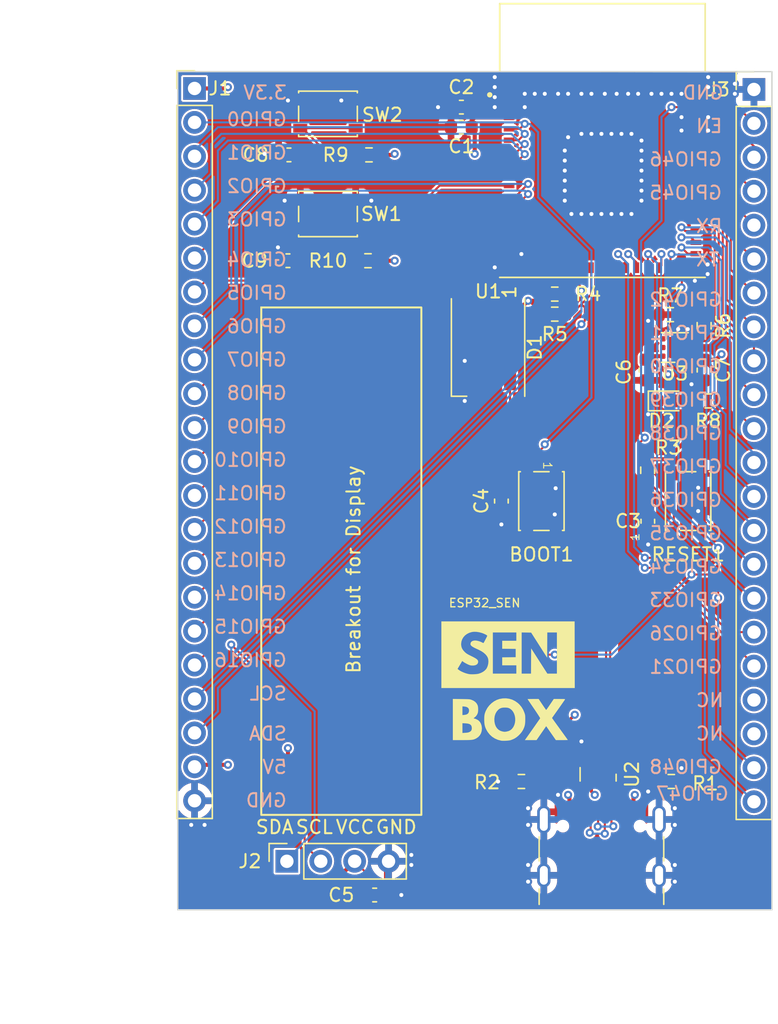
<source format=kicad_pcb>
(kicad_pcb (version 20240108) (generator "pcbnew") (generator_version "8.0")
  (layers (0 "F.Cu" signal "L1") (1 "In1.Cu" signal "L2") (2 "In2.Cu" signal "L3") (31 "B.Cu" signal "L4") (34 "B.Paste" user) (35 "F.Paste" user) (36 "B.SilkS" user "B.Silkscreen") (37 "F.SilkS" user "F.Silkscreen") (38 "B.Mask" user) (39 "F.Mask" user) (44 "Edge.Cuts" user))
  (net 0 "")
  (net 1 "GND")
  (net 2 "/3V3")
  (net 3 "/ESP32_EN")
  (net 4 "/GPIO0")
  (net 5 "/5VUSB")
  (net 7 "/GPIO48")
  (net 8 "Net-(D2-A)")
  (net 9 "/GPIO1")
  (net 10 "/GPIO2")
  (net 11 "/GPIO3")
  (net 12 "/GPIO6")
  (net 13 "/GPIO7")
  (net 14 "/GPIO8")
  (net 15 "/GPIO9")
  (net 16 "/GPIO10")
  (net 17 "/GPIO11")
  (net 18 "/GPIO12")
  (net 19 "/GPIO13")
  (net 20 "/GPIO14")
  (net 21 "/GPIO15")
  (net 22 "/GPIO16")
  (net 23 "/I2C_SCL")
  (net 24 "/I2C_SDA")
  (net 25 "/GPIO46")
  (net 26 "/GPIO45")
  (net 27 "/RXD")
  (net 28 "/TXD")
  (net 29 "/GPIO42")
  (net 30 "/GPIO41")
  (net 31 "/GPIO40")
  (net 32 "/GPIO39")
  (net 33 "/GPIO38")
  (net 34 "/GPIO37")
  (net 35 "/GPIO36")
  (net 36 "/GPIO35")
  (net 37 "/GPIO34")
  (net 38 "/GPIO33")
  (net 39 "/GPIO26")
  (net 40 "/GPIO21")
  (net 41 "/USB_N")
  (net 42 "/USB_P")
  (net 43 "/GPIO47")
  (net 44 "Net-(JUSB1-CC1)")
  (net 46 "Net-(JUSB1-CC2)")
  (net 48 "Net-(U3-FB)")
  (net 54 "/GPIO4")
  (net 55 "/GPIO5")
  (footprint "Capacitor_SMD:C_0603_1608Metric" (layer "F.Cu") (at 134.6875 87.69 -90)
    (property "Reference" "C7")
    (property "Value" "10uF" (hide yes))
  )
  (footprint "Resistor_SMD:R_0603_1608Metric" (layer "F.Cu") (at 123.5 82 180)
    (property "Reference" "R4")
    (property "Value" "10k" (hide yes))
  )
  (footprint "Resistor_SMD:R_0603_1608Metric" (layer "F.Cu") (at 109.5 79.5)
    (property "Reference" "R10")
    (property "Value" "10k")
  )
  (footprint "Resistor_SMD:R_0603_1608Metric" (layer "F.Cu") (at 109.575 71.575)
    (property "Reference" "R9")
    (property "Value" "10k" (hide yes))
  )
  (footprint "Button_Switch_SMD:SW_SPST_PTS810" (layer "F.Cu") (at 122.5 97.5 -90)
    (property "Reference" "BOOT1")
    (property "Value" "~" (hide yes))
  )
  (footprint "Resistor_SMD:R_0603_1608Metric" (layer "F.Cu") (at 135 90 180)
    (property "Reference" "R8")
    (property "Value" "5.1k" (hide yes))
  )
  (footprint "Capacitor_SMD:C_0603_1608Metric" (layer "F.Cu") (at 110 127)
    (property "Reference" "C5")
    (property "Value" "0.1uF" (hide yes))
  )
  (footprint "ESP32-S3-MINI-1-N8:XCVR_ESP32-S3-MINI-1-N8" (layer "F.Cu") (at 127.075 73.025)
    (property "Reference" "U1")
    (property "Value" "ESP32-S3-MINI-1-N8" (hide yes))
  )
  (footprint "Capacitor_SMD:C_0603_1608Metric" (layer "F.Cu") (at 116.5 69.5 180)
    (property "Reference" "C1")
    (property "Value" "0.1uF" (hide yes))
  )
  (footprint "LED_SMD:LED_WS2812B_PLCC4_5.0x5.0mm_P3.2mm" (layer "F.Cu") (at 118.5 86 -90)
    (property "Reference" "D1")
    (property "Value" "WS2812B" (hide yes))
  )
  (footprint "Connector_PinHeader_2.54mm:PinHeader_1x22_P2.54mm_Vertical" (layer "F.Cu") (at 138.43 66.675)
    (property "Reference" "J3")
    (property "Value" "~" (hide yes))
  )
  (footprint "Resistor_SMD:R_0603_1608Metric" (layer "F.Cu") (at 121 118.5 180)
    (property "Reference" "R2")
    (property "Value" "5.1k" (hide yes))
  )
  (footprint "Capacitor_SMD:C_0603_1608Metric" (layer "F.Cu") (at 130.475 99.01 -90)
    (property "Reference" "C3")
    (property "Value" "0.1uF" (hide yes))
  )
  (footprint "Capacitor_SMD:C_0603_1608Metric" (layer "F.Cu") (at 119.5 97.5 -90)
    (property "Reference" "C4")
    (property "Value" "0.1uF" (hide yes))
  )
  (footprint "Button_Switch_SMD:SW_SPST_PTS810" (layer "F.Cu") (at 133.5 97.5 -90)
    (property "Reference" "RESET1")
    (property "Value" "~" (hide yes))
  )
  (footprint "Button_Switch_SMD:SW_SPST_PTS810" (layer "F.Cu") (at 106.5 76)
    (property "Reference" "SW1")
    (property "Value" "SW_MEC_5E" (hide yes))
  )
  (footprint "LED_SMD:LED_0603_1608Metric" (layer "F.Cu") (at 132 90)
    (property "Reference" "D2")
    (property "Value" "LED" (hide yes))
  )
  (footprint "Connector_PinSocket_2.54mm:PinSocket_1x04_P2.54mm_Vertical" (layer "F.Cu") (at 103.42 124.475 90)
    (property "Reference" "J2")
    (property "Value" "I2C Port" (hide yes))
  )
  (footprint "Connector_USB:USB_C_Receptacle_GCT_USB4105-xx-A_16P_TopMnt_Horizontal" (layer "F.Cu") (at 127 124.45)
    (property "Reference" "JUSB1" (hide yes))
    (property "Value" "USB_C_Receptacle_USB2.0" (hide yes))
  )
  (footprint "Package_SON:WSON-6-1EP_2x2mm_P0.65mm_EP1x1.6mm" (layer "F.Cu") (at 132.5 86 180)
    (property "Reference" "U3")
    (property "Value" "TLV75801PDRV" (hide yes))
  )
  (footprint "Capacitor_SMD:C_0603_1608Metric" (layer "F.Cu") (at 103.5 79.5 180)
    (property "Reference" "C9")
    (property "Value" "0.1uF" (hide yes))
  )
  (footprint "Resistor_SMD:R_0603_1608Metric" (layer "F.Cu") (at 132.235 118.5)
    (property "Reference" "R1")
    (property "Value" "5.1k" (hide yes))
  )
  (footprint "Package_DFN_QFN:Diodes_UDFN-10_1.0x2.5mm_P0.5mm" (layer "F.Cu") (at 126.75 117.9625 -90)
    (property "Reference" "U2")
    (property "Value" "ESD7104MUTAG" (hide yes))
  )
  (footprint "Resistor_SMD:R_0603_1608Metric" (layer "F.Cu") (at 123.5 83.5 180)
    (property "Reference" "R5")
    (property "Value" "10k" (hide yes))
  )
  (footprint "Resistor_SMD:R_0603_1608Metric" (layer "F.Cu") (at 134.6975 84.37 -90)
    (property "Reference" "R6")
    (property "Value" "1M" (hide yes))
  )
  (footprint "Resistor_SMD:R_0603_1608Metric" (layer "F.Cu") (at 132.1575 83.54)
    (property "Reference" "R7")
    (property "Value" "200k" (hide yes))
  )
  (footprint "LOGO" (layer "F.Cu") (at 120 111.5)
    (property "Reference" "G***" (hide yes))
    (property "Value" "LOGO" (hide yes))
  )
  (footprint "Capacitor_SMD:C_0603_1608Metric" (layer "F.Cu") (at 130.3375 87.685 -90)
    (property "Reference" "C6")
    (property "Value" "10uF" (hide yes))
  )
  (footprint "Connector_PinHeader_2.54mm:PinHeader_1x22_P2.54mm_Vertical" (layer "F.Cu") (at 96.5 66.6)
    (property "Reference" "J1")
    (property "Value" "~" (hide yes))
  )
  (footprint "Capacitor_SMD:C_0603_1608Metric" (layer "F.Cu") (at 116.5 68 180)
    (property "Reference" "C2")
    (property "Value" "10uF" (hide yes))
  )
  (footprint "Capacitor_SMD:C_0603_1608Metric" (layer "F.Cu") (at 103.575 71.575 180)
    (property "Reference" "C8")
    (property "Value" "0.1uF" (hide yes))
  )
  (footprint "Button_Switch_SMD:SW_SPST_PTS810" (layer "F.Cu") (at 106.5 68.5)
    (property "Reference" "SW2")
    (property "Value" "SW_MEC_5E" (hide yes))
  )
  (footprint "Resistor_SMD:R_0603_1608Metric" (layer "F.Cu") (at 130.465 95.19 90)
    (property "Reference" "R3")
    (property "Value" "10k" (hide yes))
  )
  (gr_rect (start 101.5 83) (end 113.5 121) (stroke (width 0.15)) (fill none) (layer "F.SilkS"))
  (gr_rect (start 95.24 65.34) (end 139.78 128.11) (stroke (width 0.1)) (fill none) (layer "Edge.Cuts"))
  (gr_text "GPIO4" (at 103.5 80 0) (layer "B.SilkS") (effects (font (size 1 1)) (justify left bottom mirror)))
  (gr_text "GPIO8" (at 103.5 90 0) (layer "B.SilkS") (effects (font (size 1 1)) (justify left bottom mirror)))
  (gr_text "SDA" (at 103.5 115.5 0) (layer "B.SilkS") (effects (font (size 1 1)) (justify left bottom mirror)))
  (gr_text "GPIO26" (at 130.5 108 0) (layer "B.SilkS") (effects (font (size 1 1)) (justify right bottom mirror)))
  (gr_text "GPIO38" (at 130.5 93 0) (layer "B.SilkS") (effects (font (size 1 1)) (justify right bottom mirror)))
  (gr_text "GPIO47" (at 131 120 0) (layer "B.SilkS") (effects (font (size 1 1)) (justify right bottom mirror)))
  (gr_text "GPIO21" (at 130.5 110.5 0) (layer "B.SilkS") (effects (font (size 1 1)) (justify right bottom mirror)))
  (gr_text "GPIO12" (at 103.5 100 0) (layer "B.SilkS") (effects (font (size 1 1)) (justify left bottom mirror)))
  (gr_text "GPIO11" (at 103.5 97.5 0) (layer "B.SilkS") (effects (font (size 1 1)) (justify left bottom mirror)))
  (gr_text "GPIO16" (at 103.5 110 0) (layer "B.SilkS") (effects (font (size 1 1)) (justify left bottom mirror)))
  (gr_text "GPIO14" (at 103.5 105 0) (layer "B.SilkS") (effects (font (size 1 1)) (justify left bottom mirror)))
  (gr_text "GPIO3" (at 103.5 77 0) (layer "B.SilkS") (effects (font (size 1 1)) (justify left bottom mirror)))
  (gr_text "NC" (at 134 115.5 0) (layer "B.SilkS") (effects (font (size 1 1)) (justify right bottom mirror)))
  (gr_text "GPIO5" (at 103.5 82.5 0) (layer "B.SilkS") (effects (font (size 1 1)) (justify left bottom mirror)))
  (gr_text "GPIO42" (at 130.5 83 0) (layer "B.SilkS") (effects (font (size 1 1)) (justify right bottom mirror)))
  (gr_text "GPIO15" (at 103.5 107.5 0) (layer "B.SilkS") (effects (font (size 1 1)) (justify left bottom mirror)))
  (gr_text "GPIO10" (at 103.5 95 0) (layer "B.SilkS") (effects (font (size 1 1)) (justify left bottom mirror)))
  (gr_text "GPIO0" (at 103.5 69.5 0) (layer "B.SilkS") (effects (font (size 1 1)) (justify left bottom mirror)))
  (gr_text "3.3V" (at 103.5 67.5 0) (layer "B.SilkS") (effects (font (size 1 1)) (justify left bottom mirror)))
  (gr_text "GPIO13" (at 103.5 102.5 0) (layer "B.SilkS") (effects (font (size 1 1)) (justify left bottom mirror)))
  (gr_text "GND" (at 133 67.5 0) (layer "B.SilkS") (effects (font (size 1 1)) (justify right bottom mirror)))
  (gr_text "GPIO2" (at 103.5 74.5 0) (layer "B.SilkS") (effects (font (size 1 1)) (justify left bottom mirror)))
  (gr_text "GPIO7" (at 103.5 87.5 0) (layer "B.SilkS") (effects (font (size 1 1)) (justify left bottom mirror)))
  (gr_text "GPIO41" (at 130.5 85.5 0) (layer "B.SilkS") (effects (font (size 1 1)) (justify right bottom mirror)))
  (gr_text "GPIO34" (at 130.5 103 0) (layer "B.SilkS") (effects (font (size 1 1)) (justify right bottom mirror)))
  (gr_text "GPIO35" (at 130.5 100.5 0) (layer "B.SilkS") (effects (font (size 1 1)) (justify right bottom mirror)))
  (gr_text "TX" (at 134 80 0) (layer "B.SilkS") (effects (font (size 1 1)) (justify right bottom mirror)))
  (gr_text "RX" (at 134 77.5 0) (layer "B.SilkS") (effects (font (size 1 1)) (justify right bottom mirror)))
  (gr_text "GPIO9" (at 103.5 92.5 0) (layer "B.SilkS") (effects (font (size 1 1)) (justify left bottom mirror)))
  (gr_text "GPIO36" (at 130.5 98 0) (layer "B.SilkS") (effects (font (size 1 1)) (justify right bottom mirror)))
  (gr_text "GPIO48" (at 130.5 118 0) (layer "B.SilkS") (effects (font (size 1 1)) (justify right bottom mirror)))
  (gr_text "GPIO45" (at 130.5 75 0) (layer "B.SilkS") (effects (font (size 1 1)) (justify right bottom mirror)))
  (gr_text "SCL" (at 103.5 112.5 0) (layer "B.SilkS") (effects (font (size 1 1)) (justify left bottom mirror)))
  (gr_text "GPIO33" (at 130.5 105.5 0) (layer "B.SilkS") (effects (font (size 1 1)) (justify right bottom mirror)))
  (gr_text "EN" (at 134 70 0) (layer "B.SilkS") (effects (font (size 1 1)) (justify right bottom mirror)))
  (gr_text "GPIO39" (at 130.5 90.5 0) (layer "B.SilkS") (effects (font (size 1 1)) (justify right bottom mirror)))
  (gr_text "GND" (at 103.5 120.5 0) (layer "B.SilkS") (effects (font (size 1 1)) (justify left bottom mirror)))
  (gr_text "NC" (at 134 113 0) (layer "B.SilkS") (effects (font (size 1 1)) (justify right bottom mirror)))
  (gr_text "GPIO6" (at 103.5 85 0) (layer "B.SilkS") (effects (font (size 1 1)) (justify left bottom mirror)))
  (gr_text "GPIO1" (at 103.5 72 0) (layer "B.SilkS") (effects (font (size 1 1)) (justify left bottom mirror)))
  (gr_text "GPIO37" (at 130.5 95.5 0) (layer "B.SilkS") (effects (font (size 1 1)) (justify right bottom mirror)))
  (gr_text "GPIO40" (at 130.5 88 0) (layer "B.SilkS") (effects (font (size 1 1)) (justify right bottom mirror)))
  (gr_text "GPIO46" (at 130.5 72.5 0) (layer "B.SilkS") (effects (font (size 1 1)) (justify right bottom mirror)))
  (gr_text "5V" (at 103.5 118 0) (layer "B.SilkS") (effects (font (size 1 1)) (justify left bottom mirror)))
  (gr_text "SCL" (at 104 122.5 0) (layer "F.SilkS") (effects (font (size 1 1)) (justify left bottom)))
  (gr_text "1" (at 129.895 100.545 90) (layer "F.SilkS") (effects (font (size 0.635 0.635) (thickness 0.0762) (bold yes)) (justify left bottom)))
  (gr_text "VCC" (at 107 122.5 0) (layer "F.SilkS") (effects (font (size 1 1)) (justify left bottom)))
  (gr_text "GND" (at 110 122.5 0) (layer "F.SilkS") (effects (font (size 1 1)) (justify left bottom)))
  (gr_text "ESP32_SEN" (at 115.5 105.5 0) (layer "F.SilkS") (effects (font (size 0.635 0.635) (thickness 0.1016) (bold yes)) (justify left bottom)))
  (gr_text "Breakout for Display" (at 109 110.5 90) (layer "F.SilkS") (effects (font (size 1 1)) (justify left bottom)))
  (gr_text "SDA" (at 101 122.5 0) (layer "F.SilkS") (effects (font (size 1 1)) (justify left bottom)))
  (gr_text "1" (at 122.585 94.495 -90) (layer "F.SilkS") (effects (font (size 0.635 0.635) (thickness 0.0762)) (justify left bottom)))
  (segment (start 101.825 71.575) (end 101.75 71.5) (width 0.1524) (layer "F.Cu") (net 1))
  (segment (start 108.5 67.5) (end 108.575 67.425) (width 0.1524) (layer "F.Cu") (net 1))
  (segment (start 130.5 119.25) (end 130.2 119.55) (width 0.1524) (layer "F.Cu") (net 1))
  (segment (start 114.75 68) (end 115.725 68) (width 0.1524) (layer "F.Cu") (net 1))
  (segment (start 130.475 99.785) (end 130.475 100.725) (width 0.1524) (layer "F.Cu") (net 1))
  (segment (start 107.5 67.5) (end 108.5 67.5) (width 0.1524) (layer "F.Cu") (net 1))
  (segment (start 130.475 100.725) (end 130.5 100.75) (width 0.1524) (layer "F.Cu") (net 1))
  (segment (start 103.325 74.925) (end 103.25 75) (width 0.1524) (layer "F.Cu") (net 1))
  (segment (start 123.745339 119.5) (end 123.8 119.554661) (width 0.1524) (layer "F.Cu") (net 1))
  (segment (start 126.75 117.1101) (end 126.1399 116.5) (width 0.1524) (layer "F.Cu") (net 1))
  (segment (start 123.565521 95.434479) (end 123.575 95.425) (width 0.1524) (layer "F.Cu") (net 1))
  (segment (start 115.725 69.5) (end 115.725 68) (width 0.1524) (layer "F.Cu") (net 1))
  (segment (start 133.3875 85.35) (end 133.3875 84.705777) (width 0.1524) (layer "F.Cu") (net 1))
  (segment (start 133.3875 84.705777) (end 133.467981 84.625296) (width 0.1524) (layer "F.Cu") (net 1))
  (segment (start 123.8 119.554661) (end 123.8 120.77) (width 0.1524) (layer "F.Cu") (net 1))
  (segment (start 126.1399 116.5) (end 125.75 116.5) (width 0.1524) (layer "F.Cu") (net 1))
  (segment (start 133.06 118.5) (end 133.06 117.56) (width 0.1524) (layer "F.Cu") (net 1))
  (segment (start 110.775 127) (end 110.775 124.74) (width 0.1524) (layer "F.Cu") (net 1))
  (segment (start 134.575 99.575) (end 134.575 98.575) (width 0.1524) (layer "F.Cu") (net 1))
  (segment (start 125.5 116.25) (end 125.5 115.5) (width 0.1524) (layer "F.Cu") (net 1))
  (segment (start 123.5 99.5) (end 123.575 99.575) (width 0.1524) (layer "F.Cu") (net 1))
  (segment (start 134.6875 88.465) (end 134.035 88.465) (width 0.1524) (layer "F.Cu") (net 1))
  (segment (start 130.96 83.54) (end 130.5 84) (width 0.1524) (layer "F.Cu") (net 1))
  (segment (start 125.75 116.5) (end 125.5 116.25) (width 0.1524) (layer "F.Cu") (net 1))
  (segment (start 104.425 74.925) (end 103.325 74.925) (width 0.1524) (layer "F.Cu") (net 1))
  (segment (start 119.5 99.25) (end 119.5 98.275) (width 0.1524) (layer "F.Cu") (net 1))
  (segment (start 109.675 74.925) (end 109.75 75) (width 0.1524) (layer "F.Cu") (net 1))
  (segment (start 130.2 119.55) (end 130.2 120.77) (width 0.1524) (layer "F.Cu") (net 1))
  (segment (start 103.575 67.425) (end 103.5 67.5) (width 0.1524) (layer "F.Cu") (net 1))
  (segment (start 134.035 88.465) (end 133.75 88.75) (width 0.1524) (layer "F.Cu") (net 1))
  (segment (start 110.775 124.74) (end 111.04 124.475) (width 0.1524) (layer "F.Cu") (net 1))
  (segment (start 131.3325 83.54) (end 130.96 83.54) (width 0.1524) (layer "F.Cu") (net 1))
  (segment (start 102.725 79.5) (end 102.725 78.525) (width 0.1524) (layer "F.Cu") (net 1))
  (segment (start 108.575 74.925) (end 109.675 74.925) (width 0.1524) (layer "F.Cu") (net 1))
  (segment (start 134.575 98.575) (end 134.25 98.25) (width 0.1524) (layer "F.Cu") (net 1))
  (segment (start 123.5 98.5) (end 123.5 99.5) (width 0.1524) (layer "F.Cu") (net 1))
  (segment (start 126.75 118.375) (end 126.75 117.6125) (width 0.1524) (layer "F.Cu") (net 1))
  (segment (start 134.575 95.425) (end 134.575 96.175) (width 0.1524) (layer "F.Cu") (net 1))
  (segment (start 102.8 71.575) (end 101.825 71.575) (width 0.1524) (layer "F.Cu") (net 1))
  (segment (start 131.2125 90.2125) (end 132.25 91.25) (width 0.1524) (layer "F.Cu") (net 1))
  (segment (start 126.75 117.6125) (end 126.75 117.1101) (width 0.1524) (layer "F.Cu") (net 1))
  (segment (start 133.06 117.56) (end 133 117.5) (width 0.1524) (layer "F.Cu") (net 1))
  (segment (start 130.3375 88.46) (end 130.3375 90.8375) (width 0.1524) (layer "F.Cu") (net 1))
  (segment (start 102.725 78.525) (end 102.75 78.5) (width 0.1524) (layer "F.Cu") (net 1))
  (segment (start 120.075 80.025) (end 120.075 79.925) (width 0.1524) (layer "F.Cu") (net 1))
  (segment (start 130.3375 90.8375) (end 130.5 91) (width 0.1524) (layer "F.Cu") (net 1))
  (segment (start 119.25 118.5) (end 120.175 118.5) (width 0.1524) (layer "F.Cu") (net 1))
  (segment (start 134.575 96.175) (end 134.25 96.5) (width 0.1524) (layer "F.Cu") (net 1))
  (segment (start 131.2125 90) (end 131.2125 90.2125) (width 0.1524) (layer "F.Cu") (net 1))
  (segment (start 123.565521 96.537953) (end 123.565521 95.434479) (width 0.1524) (layer "F.Cu") (net 1))
  (segment (start 104.425 67.425) (end 103.575 67.425) (width 0.1524) (layer "F.Cu") (net 1))
  (via (at 130 75) (size 0.604799) (drill 0.299999) (layers "F.Cu" "B.Cu") (net 1))
  (via (at 135 69.75) (size 0.604799) (drill 0.299999) (layers "F.Cu" "B.Cu") (net 1))
  (via (at 121.5 120.5) (size 0.604799) (drill 0.299999) (layers "F.Cu" "B.Cu") (net 1))
  (via (at 121.5 124.75) (size 0.604799) (drill 0.299999) (layers "F.Cu" "B.Cu") (net 1))
  (via (at 119.5 99.25) (size 0.604799) (drill 0.299999) (layers "F.Cu" "B.Cu") (net 1))
  (via (at 133 117.5) (size 0.604799) (drill 0.299999) (layers "F.Cu" "B.Cu") (net 1))
  (via (at 134.960241 80.5) (size 0.604799) (drill 0.299999) (layers "F.Cu" "B.Cu") (net 1))
  (via (at 103.25 75) (size 0.604799) (drill 0.299999) (layers "F.Cu" "B.Cu") (net 1))
  (via (at 127 70) (size 0.604799) (drill 0.299999) (layers "F.Cu" "B.Cu") (net 1))
  (via (at 112 127) (size 0.604799) (drill 0.299999) (layers "F.Cu" "B.Cu") (net 1))
  (via (at 123.5 98.5) (size 0.604799) (drill 0.299999) (layers "F.Cu" "B.Cu") (net 1))
  (via (at 107.5 67.5) (size 0.604799) (drill 0.299999) (layers "F.Cu" "B.Cu") (net 1))
  (via (at 130.75 67) (size 0.604799) (drill 0.299999) (layers "F.Cu" "B.Cu") (net 1))
  (via (at 137 67) (size 0.604799) (drill 0.299999) (layers "F.Cu" "B.Cu") (net 1))
  (via (at 130.5 100.75) (size 0.604799) (drill 0.299999) (layers "F.Cu" "B.Cu") (net 1))
  (via (at 119 68) (size 0.604799) (drill 0.299999) (layers "F.Cu" "B.Cu") (net 1))
  (via (at 101.75 71.5) (size 0.604799) (drill 0.299999) (layers "F.Cu" "B.Cu") (net 1))
  (via (at 129.999999 71.255338) (size 0.604799) (drill 0.299999) (layers "F.Cu" "B.Cu") (net 1))
  (via (at 127.75 76) (size 0.604799) (drill 0.299999) (layers "F.Cu" "B.Cu") (net 1))
  (via (at 126.25 70) (size 0.604799) (drill 0.299999) (layers "F.Cu" "B.Cu") (net 1))
  (via (at 119 65.75) (size 0.604799) (drill 0.299999) (layers "F.Cu" "B.Cu") (net 1))
  (via (at 132.25 67) (size 0.604799) (drill 0.299999) (layers "F.Cu" "B.Cu") (net 1))
  (via (at 133 69.75) (size 0.604799) (drill 0.299999) (layers "F.Cu" "B.Cu") (net 1))
  (via (at 109.75 75) (size 0.604799) (drill 0.299999) (layers "F.Cu" "B.Cu") (net 1))
  (via (at 124.75 76) (size 0.604799) (drill 0.299999) (layers "F.Cu" "B.Cu") (net 1))
  (via (at 119 80) (size 0.604799) (drill 0.299999) (layers "F.Cu" "B.Cu") (net 1))
  (via (at 130 74.25) (size 0.604799) (drill 0.299999) (layers "F.Cu" "B.Cu") (net 1))
  (via (at 122.75 67) (size 0.604799) (drill 0.299999) (layers "F.Cu" "B.Cu") (net 1))
  (via (at 123.565521 96.537953) (size 0.604799) (drill 0.299999) (layers "F.Cu" "B.Cu") (net 1))
  (via (at 130.5 84) (size 0.604799) (drill 0.299999) (layers "F.Cu" "B.Cu") (net 1))
  (via (at 119 67.25) (size 0.604799) (drill 0.299999) (layers "F.Cu" "B.Cu") (net 1))
  (via (at 130 72) (size 0.604799) (drill 0.299999) (layers "F.Cu" "B.Cu") (net 1))
  (via (at 127 76) (size 0.604799) (drill 0.299999) (layers "F.Cu" "B.Cu") (net 1))
  (via (at 137 66.25) (size 0.604799) (drill 0.299999) (layers "F.Cu" "B.Cu") (net 1))
  (via (at 135 65.75) (size 0.604799) (drill 0.299999) (layers "F.Cu" "B.Cu") (net 1))
  (via (at 132.5 121.75) (size 0.604799) (drill 0.299999) (layers "F.Cu" "B.Cu") (net 1))
  (via (at 124.25 72) (size 0.604799) (drill 0.299999) (layers "F.Cu" "B.Cu") (net 1))
  (via (at 129.25 76) (size 0.604799) (drill 0.299999) (layers "F.Cu" "B.Cu") (net 1))
  (via (at 123.745339 119.5) (size 0.604799) (drill 0.299999) (layers "F.Cu" "B.Cu") (net 1))
  (via (at 119 66.5) (size 0.604799) (drill 0.299999) (layers "F.Cu" "B.Cu") (net 1))
  (via (at 133 67) (size 0.604799) (drill 0.299999) (layers "F.Cu" "B.Cu") (net 1))
  (via (at 134.25 96.5) (size 0.604799) (drill 0.299999) (layers "F.Cu" "B.Cu") (net 1))
  (via (at 103.5 67.5) (size 0.604799) (drill 0.299999) (layers "F.Cu" "B.Cu") (net 1))
  (via (at 116.75 90) (size 0.604799) (drill 0.299999) (layers "F.Cu" "B.Cu") (net 1))
  (via (at 127.25 67) (size 0.604799) (drill 0.299999) (layers "F.Cu" "B.Cu") (net 1))
  (via (at 123.75 67) (size 0.604799) (drill 0.299999) (layers "F.Cu" "B.Cu") (net 1))
  (via (at 130.5 91) (size 0.604799) (drill 0.299999) (layers "F.Cu" "B.Cu") (net 1))
  (via (at 134 81) (size 0.604799) (drill 0.299999) (layers "F.Cu" "B.Cu") (net 1))
  (via (at 125.5 67) (size 0.604799) (drill 0.299999) (layers "F.Cu" "B.Cu") (net 1))
  (via (at 124.25 73.5) (size 0.604799) (drill 0.299999) (layers "F.Cu" "B.Cu") (net 1))
  (via (at 128.5 76) (size 0.604799) (drill 0.299999) (layers "F.Cu" "B.Cu") (net 1))
  (via (at 127.75 70) (size 0.604799) (drill 0.299999) (layers "F.Cu" "B.Cu") (net 1))
  (via (at 129 67) (size 0.604799) (drill 0.299999) (layers "F.Cu" "B.Cu") (net 1))
  (via (at 130 70.5) (size 0.604799) (drill 0.299999) (layers "F.Cu" "B.Cu") (net 1))
  (via (at 121.25 67) (size 0.604799) (drill 0.299999) (layers "F.Cu" "B.Cu") (net 1))
  (via (at 133 68.75) (size 0.604799) (drill 0.299999) (layers "F.Cu" "B.Cu") (net 1))
  (via (at 121 79) (size 0.604799) (drill 0.299999) (layers "F.Cu" "B.Cu") (net 1))
  (via (at 132.5 124.75) (size 0.604799) (drill 0.299999) (layers "F.Cu" "B.Cu") (net 1))
  (via (at 121.25 68) (size 0.604799) (drill 0.299999) (layers "F.Cu" "B.Cu") (net 1))
  (via (at 124.25 74.25) (size 0.604799) (drill 0.299999) (layers "F.Cu" "B.Cu") (net 1))
  (via (at 131.5 67) (size 0.604799) (drill 0.299999) (layers "F.Cu" "B.Cu") (net 1))
  (via (at 126.25 67) (size 0.604799) (drill 0.299999) (layers "F.Cu" "B.Cu") (net 1))
  (via (at 126.25 76) (size 0.604799) (drill 0.299999) (layers "F.Cu" "B.Cu") (net 1))
  (via (at 125.5 115.5) (size 0.604799) (drill 0.299999) (layers "F.Cu" "B.Cu") (net 1))
  (via (at 132.75 84.625296) (size 0.604799) (drill 0.299999) (layers "F.Cu" "B.Cu") (net 1))
  (via (at 129.75 67) (size 0.604799) (drill 0.299999) (layers "F.Cu" "B.Cu") (net 1))
  (via (at 135 66.5) (size 0.604799) (drill 0.299999) (layers "F.Cu" "B.Cu") (net 1))
  (via (at 129.25 70) (size 0.604799) (drill 0.299999) (layers "F.Cu" "B.Cu") (net 1))
  (via (at 125.5 70) (size 0.604799) (drill 0.299999) (layers "F.Cu" "B.Cu") (net 1))
  (via (at 133.75 88.75) (size 0.604799) (drill 0.299999) (layers "F.Cu" "B.Cu") (net 1))
  (via (at 112.75 124) (size 0.604799) (drill 0.299999) (layers "F.Cu" "B.Cu") (net 1))
  (via (at 102.75 78.5) (size 0.604799) (drill 0.299999) (layers "F.Cu" "B.Cu") (net 1))
  (via (at 135 68.75) (size 0.604799) (drill 0.299999) (layers "F.Cu" "B.Cu") (net 1))
  (via (at 134.960241 79.774807) (size 0.604799) (drill 0.299999) (layers "F.Cu" "B.Cu") (net 1))
  (via (at 121.5 121.75) (size 0.604799) (drill 0.299999) (layers "F.Cu" "B.Cu") (net 1))
  (via (at 121.5 126) (size 0.604799) (drill 0.299999) (layers "F.Cu" "B.Cu") (net 1))
  (via (at 132.25 91.25) (size 0.604799) (drill 0.299999) (layers "F.Cu" "B.Cu") (net 1))
  (via (at 130 72.75) (size 0.604799) (drill 0.299999) (layers "F.Cu" "B.Cu") (net 1))
  (via (at 96.25 121.75) (size 0.604799) (drill 0.299999) (layers "F.Cu" "B.Cu") (net 1))
  (via (at 130.5 119.25) (size 0.604799) (drill 0.299999) (layers "F.Cu" "B.Cu") (net 1))
  (via (at 128.5 70) (size 0.604799) (drill 0.299999) (layers "F.Cu" "B.Cu") (net 1))
  (via (at 124.5 67) (size 0.604799) (drill 0.299999) (layers "F.Cu" "B.Cu") (net 1))
  (via (at 97.25 121.75) (size 0.604799) (drill 0.299999) (layers "F.Cu" "B.Cu") (net 1))
  (via (at 124.25 71.25) (size 0.604799) (drill 0.299999) (layers "F.Cu" "B.Cu") (net 1))
  (via (at 124.25 75) (size 0.604799) (drill 0.299999) (layers "F.Cu" "B.Cu") (net 1))
  (via (at 134.25 98.25) (size 0.604799) (drill 0.299999) (layers "F.Cu" "B.Cu") (net 1))
  (via (at 125.5 76) (size 0.604799) (drill 0.299999) (layers "F.Cu" "B.Cu") (net 1))
  (via (at 128.140312 66.999999) (size 0.604799) (drill 0.299999) (layers "F.Cu" "B.Cu") (net 1))
  (via (at 119.25 118.5) (size 0.604799) (drill 0.299999) (layers "F.Cu" "B.Cu") (net 1))
  (via (at 124.25 72.75) (size 0.604799) (drill 0.299999) (layers "F.Cu" "B.Cu") (net 1))
  (via (at 132.5 120.5) (size 0.604799) (drill 0.299999) (layers "F.Cu" "B.Cu") (net 1))
  (via (at 133.467981 84.625296) (size 0.604799) (drill 0.299999) (layers "F.Cu" "B.Cu") (net 1))
  (via (at 122 67) (size 0.604799) (drill 0.299999) (layers "F.Cu" "B.Cu") (net 1))
  (via (at 112.75 124.75) (size 0.604799) (drill 0.299999) (layers "F.Cu" "B.Cu") (net 1))
  (via (at 130 73.5) (size 0.604799) (drill 0.299999) (layers "F.Cu" "B.Cu") (net 1))
  (via (at 124.5 70.25) (size 0.604799) (drill 0.299999) (layers "F.Cu" "B.Cu") (net 1))
  (via (at 132.5 126) (size 0.604799) (drill 0.299999) (layers "F.Cu" "B.Cu") (net 1))
  (via (at 114.75 68) (size 0.604799) (drill 0.299999) (layers "F.Cu" "B.Cu") (net 1))
  (via (at 116.75 87) (size 0.604799) (drill 0.299999) (layers "F.Cu" "B.Cu") (net 1))
  (segment (start 130.465 94.365) (end 130.6 94.5) (width 0.1524) (layer "F.Cu") (net 2))
  (segment (start 117.275 69) (end 117.5 68.775) (width 0.3048) (layer "F.Cu") (net 2))
  (segment (start 109.225 127) (end 109.225 125.2) (width 0.1524) (layer "F.Cu") (net 2))
  (segment (start 121.675 82.5) (end 122.675 83.5) (width 0.3048) (layer "F.Cu") (net 2))
  (segment (start 100.5 123) (end 100.5 125.25) (width 0.3048) (layer "F.Cu") (net 2))
  (segment (start 134.6875 86.915) (end 135.585 86.915) (width 0.3048) (layer "F.Cu") (net 2))
  (segment (start 121.5 82.5) (end 121.675 82.5) (width 0.3048) (layer "F.Cu") (net 2))
  (segment (start 133.3875 86.65) (end 134 86.65) (width 0.3048) (layer "F.Cu") (net 2))
  (segment (start 135.825 90.475) (end 131.935 94.365) (width 0.3048) (layer "F.Cu") (net 2))
  (segment (start 103.5 120) (end 100.5 123) (width 0.3048) (layer "F.Cu") (net 2))
  (segment (start 96.5 66.6) (end 98.9 66.6) (width 0.3048) (layer "F.Cu") (net 2))
  (segment (start 110.4 71.575) (end 111.425 71.575) (width 0.3048) (layer "F.Cu") (net 2))
  (segment (start 98.9 66.6) (end 99 66.5) (width 0.3048) (layer "F.Cu") (net 2))
  (segment (start 122.175 82.5) (end 122.675 82) (width 0.3048) (layer "F.Cu") (net 2))
  (segment (start 117.5 71.5) (end 117.5 69.725) (width 0.3048) (layer "F.Cu") (net 2))
  (segment (start 134 86.65) (end 134.4225 86.65) (width 0.3048) (layer "F.Cu") (net 2))
  (segment (start 135.825 90) (end 135.825 88.0525) (width 0.3048) (layer "F.Cu") (net 2))
  (segment (start 100.5 125.25) (end 101.75 126.5) (width 0.3048) (layer "F.Cu") (net 2))
  (segment (start 121.5 82.5) (end 122.175 82.5) (width 0.3048) (layer "F.Cu") (net 2))
  (segment (start 103.5 116) (end 103.5 120) (width 0.3048) (layer "F.Cu") (net 2))
  (segment (start 106.475 126.5) (end 108.5 124.475) (width 0.3048) (layer "F.Cu") (net 2))
  (segment (start 101.75 126.5) (end 106.475 126.5) (width 0.3048) (layer "F.Cu") (net 2))
  (segment (start 117.275 68) (end 117.275 69) (width 0.3048) (layer "F.Cu") (net 2))
  (segment (start 135.825 90) (end 135.825 90.475) (width 0.3048) (layer "F.Cu") (net 2))
  (segment (start 111.5 79.5) (end 110.325 79.5) (width 0.3048) (layer "F.Cu") (net 2))
  (segment (start 110.575 71.75) (end 110.4 71.575) (width 0.3048) (layer "F.Cu") (net 2))
  (segment (start 117.5 68.775) (end 120.075 68.775) (width 0.3048) (layer "F.Cu") (net 2))
  (segment (start 109.225 125.2) (end 108.5 124.475) (width 0.1524) (layer "F.Cu") (net 2))
  (segment (start 134.6975 85.195) (end 134 85.8925) (width 0.1524) (layer "F.Cu") (net 2))
  (segment (start 111.425 71.575) (end 111.5 71.5) (width 0.3048) (layer "F.Cu") (net 2))
  (segment (start 117.275 69) (end 117.275 69.5) (width 0.3048) (layer "F.Cu") (net 2))
  (segment (start 117.5 69.725) (end 117.275 69.5) (width 0.3048) (layer "F.Cu") (net 2))
  (segment (start 135.585 86.915) (end 136 86.5) (width 0.3048) (layer "F.Cu") (net 2))
  (segment (start 135.825 88.0525) (end 134.6875 86.915) (width 0.3048) (layer "F.Cu") (net 2))
  (segment (start 134.4225 86.65) (end 134.6875 86.915) (width 0.1524) (layer "F.Cu") (net 2))
  (segment (start 131.935 94.365) (end 130.465 94.365) (width 0.3048) (layer "F.Cu") (net 2))
  (segment (start 121.5 82.5) (end 120.45 83.55) (width 0.3048) (layer "F.Cu") (net 2))
  (segment (start 120.45 83.55) (end 120.15 83.55) (width 0.3048) (layer "F.Cu") (net 2))
  (segment (start 134 85.8925) (end 134 86.65) (width 0.1524) (layer "F.Cu") (net 2))
  (via (at 121.5 82.5) (size 0.604799) (drill 0.299999) (layers "F.Cu" "B.Cu") (net 2))
  (via (at 99 66.5) (size 0.604799) (drill 0.299999) (layers "F.Cu" "B.Cu") (net 2))
  (via (at 136 86.5) (size 0.604799) (drill 0.299999) (layers "F.Cu" "B.Cu") (net 2))
  (via (at 111.5 71.5) (size 0.604799) (drill 0.299999) (layers "F.Cu" "B.Cu") (net 2))
  (via (at 111.5 79.5) (size 0.604799) (drill 0.299999) (layers "F.Cu" "B.Cu") (net 2))
  (via (at 117.5 71.5) (size 0.604799) (drill 0.299999) (layers "F.Cu" "B.Cu") (net 2))
  (via (at 103.5 116) (size 0.604799) (drill 0.299999) (layers "F.Cu" "B.Cu") (net 2))
  (segment (start 132.425 98) (end 132.425 99.575) (width 0.1524) (layer "F.Cu") (net 3))
  (segment (start 132.748678 68) (end 133.673678 67.075) (width 0.1524) (layer "F.Cu") (net 3))
  (segment (start 132.25 68) (end 132.748678 68) (width 0.1524) (layer "F.Cu") (net 3))
  (segment (start 130.465 98.225) (end 130.475 98.235) (width 0.1524) (layer "F.Cu") (net 3))
  (segment (start 133.673678 67.075) (end 134.075 67.075) (width 0.1524) (layer "F.Cu") (net 3))
  (segment (start 132.425 97.975) (end 130.465 96.015) (width 0.1524) (layer "F.Cu") (net 3))
  (segment (start 136.29 67.075) (end 134.075 67.075) (width 0.1524) (layer "F.Cu") (net 3))
  (segment (start 129.76394 95.31394) (end 129.76394 93.23606) (width 0.1524) (layer "F.Cu") (net 3))
  (segment (start 138.43 69.215) (end 136.29 67.075) (width 0.1524) (layer "F.Cu") (net 3))
  (segment (start 132.425 98) (end 132.425 97.975) (width 0.1524) (layer "F.Cu") (net 3))
  (segment (start 130.465 96.015) (end 130.465 98.225) (width 0.1524) (layer "F.Cu") (net 3))
  (segment (start 129.76394 93.23606) (end 130.25 92.75) (width 0.1524) (layer "F.Cu") (net 3))
  (segment (start 132.425 95.425) (end 132.425 98) (width 0.1524) (layer "F.Cu") (net 3))
  (segment (start 130.465 96.015) (end 129.76394 95.31394) (width 0.1524) (layer "F.Cu") (net 3))
  (via (at 132.25 68) (size 0.604799) (drill 0.299999) (layers "F.Cu" "B.Cu") (net 3))
  (via (at 130.25 92.75) (size 0.604799) (drill 0.299999) (layers "F.Cu" "B.Cu") (net 3))
  (segment (start 129.971541 78.028459) (end 129.971541 92.471541) (width 0.1524) (layer "B.Cu") (net 3))
  (segment (start 129.971541 92.471541) (end 130.25 92.75) (width 0.1524) (layer "B.Cu") (net 3))
  (segment (start 132.25 68) (end 131.5 68.75) (width 0.1524) (layer "B.Cu") (net 3))
  (segment (start 131.5 76.5) (end 129.971541 78.028459) (width 0.1524) (layer "B.Cu") (net 3))
  (segment (start 131.5 68.75) (end 131.5 76.5) (width 0.1524) (layer "B.Cu") (net 3))
  (segment (start 120.195 96.725) (end 119.5 96.725) (width 0.1524) (layer "F.Cu") (net 4))
  (segment (start 120.875 69.625) (end 121.25 69.25) (width 0.1524) (layer "F.Cu") (net 4))
  (segment (start 120.075 69.625) (end 120.875 69.625) (width 0.1524) (layer "F.Cu") (net 4))
  (segment (start 122.75 93.25) (end 122.75 93.35) (width 0.1524) (layer "F.Cu") (net 4))
  (segment (start 121.425 97.955) (end 120.195 96.725) (width 0.1524) (layer "F.Cu") (net 4))
  (segment (start 121.425 95.425) (end 121.425 97.955) (width 0.1524) (layer "F.Cu") (net 4))
  (segment (start 121.425 94.675) (end 121.425 95.425) (width 0.1524) (layer "F.Cu") (net 4))
  (segment (start 121.425 97.955) (end 121.425 99.575) (width 0.1524) (layer "F.Cu") (net 4))
  (segment (start 122.75 93.35) (end 121.425 94.675) (width 0.1524) (layer "F.Cu") (net 4))
  (via (at 121.25 69.25) (size 0.604799) (drill 0.299999) (layers "F.Cu" "B.Cu") (net 4))
  (via (at 122.75 93.25) (size 0.604799) (drill 0.299999) (layers "F.Cu" "B.Cu") (net 4))
  (segment (start 115.25 69.14) (end 116.5 69.14) (width 0.1524) (layer "B.Cu") (net 4))
  (segment (start 122.25 74.75) (end 122.25 69.875) (width 0.1524) (layer "B.Cu") (net 4))
  (segment (start 126.25 89.75) (end 126.25 78.75) (width 0.1524) (layer "B.Cu") (net 4))
  (segment (start 121.14 69.14) (end 121.25 69.25) (width 0.1524) (layer "B.Cu") (net 4))
  (segment (start 122.25 69.875) (end 121.625 69.25) (width 0.1524) (layer "B.Cu") (net 4))
  (segment (start 96.5 69.14) (end 115.25 69.14) (width 0.1524) (layer "B.Cu") (net 4))
  (segment (start 116.5 69.14) (end 121.14 69.14) (width 0.1524) (layer "B.Cu") (net 4))
  (segment (start 126.25 78.75) (end 122.25 74.75) (width 0.1524) (layer "B.Cu") (net 4))
  (segment (start 122.75 93.25) (end 126.25 89.75) (width 0.1524) (layer "B.Cu") (net 4))
  (segment (start 121.625 69.25) (end 121.25 69.25) (width 0.1524) (layer "B.Cu") (net 4))
  (segment (start 124.6 119.6) (end 124.6 120.77) (width 0.3048) (layer "F.Cu") (net 5))
  (segment (start 129.5 119.5) (end 129.4 119.6) (width 0.3048) (layer "F.Cu") (net 5))
  (segment (start 124.5 114) (end 125 113.5) (width 0.2286) (layer "F.Cu") (net 5))
  (segment (start 130.5975 86.65) (end 130.3375 86.91) (width 0.1524) (layer "F.Cu") (net 5))
  (segment (start 126.13916 116.99834) (end 125.74834 116.99834) (width 0.2286) (layer "F.Cu") (net 5))
  (segment (start 126.25 117.575) (end 126.25 117.10918) (width 0.2286) (layer "F.Cu") (net 5))
  (segment (start 130.99394 85.35) (end 130.3375 86.00644) (width 0.1524) (layer "F.Cu") (net 5))
  (segment (start 129.4 119.6) (end 129.4 120.77) (width 0.3048) (layer "F.Cu") (net 5))
  (segment (start 126.25 117.10918) (end 126.13916 116.99834) (width 0.2286) (layer "F.Cu") (net 5))
  (segment (start 124.5 115.75) (end 124.5 114) (width 0.2286) (layer "F.Cu") (net 5))
  (segment (start 126.25 118.35) (end 126.25 117.575) (width 0.1524) (layer "F.Cu") (net 5))
  (segment (start 131.6125 85.35) (end 130.99394 85.35) (width 0.1524) (layer "F.Cu") (net 5))
  (segment (start 124.5 119.5) (end 124.6 119.6) (width 0.3048) (layer "F.Cu") (net 5))
  (segment (start 130.3375 86.91) (end 130.91 86.91) (width 0.3048) (layer "F.Cu") (net 5))
  (segment (start 99 117.25) (end 96.65 117.25) (width 0.3048) (layer "F.Cu") (net 5))
  (segment (start 130.91 86.91) (end 132 88) (width 0.3048) (layer "F.Cu") (net 5))
  (segment (start 126.25 119.25) (end 126.25 118.35) (width 0.2286) (layer "F.Cu") (net 5))
  (segment (start 131.6125 86.65) (end 130.5975 86.65) (width 0.3048) (layer "F.Cu") (net 5))
  (segment (start 125.74834 116.99834) (end 124.5 115.75) (width 0.2286) (layer "F.Cu") (net 5))
  (segment (start 126.25 119.25) (end 126.5 119.5) (width 0.2286) (layer "F.Cu") (net 5))
  (segment (start 96.65 117.25) (end 96.5 117.4) (width 0.3048) (layer "F.Cu") (net 5))
  (segment (start 130.3375 86.00644) (end 130.3375 86.91) (width 0.1524) (layer "F.Cu") (net 5))
  (via (at 124.5 119.5) (size 0.604799) (drill 0.299999) (layers "F.Cu" "B.Cu") (net 5))
  (via (at 126.5 119.5) (size 0.604799) (drill 0.299999) (layers "F.Cu" "B.Cu") (net 5))
  (via (at 132 88) (size 0.604799) (drill 0.299999) (layers "F.Cu" "B.Cu") (net 5))
  (via (at 129.5 119.5) (size 0.604799) (drill 0.299999) (layers "F.Cu" "B.Cu") (net 5))
  (via (at 125 113.5) (size 0.604799) (drill 0.299999) (layers "F.Cu" "B.Cu") (net 5))
  (via (at 99 117.25) (size 0.604799) (drill 0.299999) (layers "F.Cu" "B.Cu") (net 5))
  (segment (start 120.75 109) (end 123.5 109) (width 0.1524) (layer "F.Cu") (net 7))
  (segment (start 135.75 101) (end 135.75 102.25) (width 0.1524) (layer "F.Cu") (net 7))
  (segment (start 116.75 105) (end 120.75 109) (width 0.1524) (layer "F.Cu") (net 7))
  (segment (start 133.025 80.025) (end 133.025 81.475) (width 0.1524) (layer "F.Cu") (net 7))
  (segment (start 133.025 81.475) (end 133 81.5) (width 0.1524) (layer "F.Cu") (net 7))
  (segment (start 116.75 94.25) (end 116.75 105) (width 0.1524) (layer "F.Cu") (net 7))
  (segment (start 135 103) (end 135.75 102.25) (width 0.1524) (layer "F.Cu") (net 7))
  (segment (start 120.15 88.45) (end 120.15 90.85) (width 0.1524) (layer "F.Cu") (net 7))
  (segment (start 120.15 90.85) (end 116.75 94.25) (width 0.1524) (layer "F.Cu") (net 7))
  (segment (start 135.75 102.25) (end 135.75 104.75) (width 0.1524) (layer "F.Cu") (net 7))
  (segment (start 133.75 103) (end 135 103) (width 0.1524) (layer "F.Cu") (net 7))
  (via (at 123.5 109) (size 0.604799) (drill 0.299999) (layers "F.Cu" "B.Cu") (net 7))
  (via (at 133 81.5) (size 0.604799) (drill 0.299999) (layers "F.Cu" "B.Cu") (net 7))
  (via (at 133.75 103) (size 0.604799) (drill 0.299999) (layers "F.Cu" "B.Cu") (net 7))
  (via (at 135.75 101) (size 0.604799) (drill 0.299999) (layers "F.Cu" "B.Cu") (net 7))
  (via (at 135.75 104.75) (size 0.604799) (drill 0.299999) (layers "F.Cu" "B.Cu") (net 7))
  (segment (start 135.75 104.75) (end 135.75 114.795) (width 0.1524) (layer "B.Cu") (net 7))
  (segment (start 133 81.5) (end 132 82.5) (width 0.1524) (layer "B.Cu") (net 7))
  (segment (start 132.77846 98.02846) (end 135.75 101) (width 0.1524) (layer "B.Cu") (net 7))
  (segment (start 135.75 114.795) (end 138.43 117.475) (width 0.1524) (layer "B.Cu") (net 7))
  (segment (start 123.5 109) (end 127.75 109) (width 0.1524) (layer "B.Cu") (net 7))
  (segment (start 132 87.252645) (end 132.77846 88.031105) (width 0.1524) (layer "B.Cu") (net 7))
  (segment (start 132.77846 88.031105) (end 132.77846 98.02846) (width 0.1524) (layer "B.Cu") (net 7))
  (segment (start 127.75 109) (end 133.75 103) (width 0.1524) (layer "B.Cu") (net 7))
  (segment (start 132 82.5) (end 132 87.252645) (width 0.1524) (layer "B.Cu") (net 7))
  (segment (start 132.7875 90) (end 134.175 90) (width 0.3048) (layer "F.Cu") (net 8))
  (segment (start 120.779661 70.475) (end 120.075 70.475) (width 0.1524) (layer "F.Cu") (net 9))
  (segment (start 121.25 70.004661) (end 120.779661 70.475) (width 0.1524) (layer "F.Cu") (net 9))
  (via (at 121.25 70.004661) (size 0.604799) (drill 0.299999) (layers "F.Cu" "B.Cu") (net 9))
  (segment (start 121.25 70.004661) (end 120.745339 69.5) (width 0.1524) (layer "B.Cu") (net 9))
  (segment (start 96.5 71.25) (end 96.5 71.68) (width 0.1524) (layer "B.Cu") (net 9))
  (segment (start 98.25 69.5) (end 96.5 71.25) (width 0.1524) (layer "B.Cu") (net 9))
  (segment (start 120.745339 69.5) (end 98.25 69.5) (width 0.1524) (layer "B.Cu") (net 9))
  (segment (start 121.25 70.759322) (end 120.684322 71.325) (width 0.1524) (layer "F.Cu") (net 10))
  (segment (start 120.684322 71.325) (end 120.075 71.325) (width 0.1524) (layer "F.Cu") (net 10))
  (via (at 121.25 70.759322) (size 0.604799) (drill 0.299999) (layers "F.Cu" "B.Cu") (net 10))
  (segment (start 120.25 70) (end 121.009322 70.759322) (width 0.1524) (layer "B.Cu") (net 10))
  (segment (start 121.009322 70.759322) (end 121.25 70.759322) (width 0.1524) (layer "B.Cu") (net 10))
  (segment (start 96.5 74.22) (end 97.75 72.97) (width 0.1524) (layer "B.Cu") (net 10))
  (segment (start 97.75 72.97) (end 97.75 70.75) (width 0.1524) (layer "B.Cu") (net 10))
  (segment (start 98.5 70) (end 119.75 70) (width 0.1524) (layer "B.Cu") (net 10))
  (segment (start 97.75 70.75) (end 98.5 70) (width 0.1524) (layer "B.Cu") (net 10))
  (segment (start 119.75 70) (end 120.25 70) (width 0.1524) (layer "B.Cu") (net 10))
  (segment (start 120.588983 72.175) (end 120.075 72.175) (width 0.1524) (layer "F.Cu") (net 11))
  (segment (start 121.25 71.513983) (end 120.588983 72.175) (width 0.1524) (layer "F.Cu") (net 11))
  (via (at 121.25 71.513983) (size 0.604799) (drill 0.299999) (layers "F.Cu" "B.Cu") (net 11))
  (segment (start 121.243323 71.507306) (end 121.25 71.513983) (width 0.1524) (layer "B.Cu") (net 11))
  (segment (start 98.25 75.01) (end 98.25 71.25) (width 0.1524) (layer "B.Cu") (net 11))
  (segment (start 121.243323 71.5) (end 121.243323 71.507306) (width 0.1524) (layer "B.Cu") (net 11))
  (segment (start 96.5 76.76) (end 98.25 75.01) (width 0.1524) (layer "B.Cu") (net 11))
  (segment (start 120.243323 70.5) (end 121.243323 71.5) (width 0.1524) (layer "B.Cu") (net 11))
  (segment (start 98.25 71.25) (end 99 70.5) (width 0.1524) (layer "B.Cu") (net 11))
  (segment (start 99 70.5) (end 120.243323 70.5) (width 0.1524) (layer "B.Cu") (net 11))
  (segment (start 121.5 73.75) (end 120.525 74.725) (width 0.1524) (layer "F.Cu") (net 12))
  (segment (start 120.525 74.725) (end 120.075 74.725) (width 0.1524) (layer "F.Cu") (net 12))
  (via (at 121.5 73.75) (size 0.604799) (drill 0.299999) (layers "F.Cu" "B.Cu") (net 12))
  (segment (start 99.25 76.25) (end 99.25 81.63) (width 0.1524) (layer "B.Cu") (net 12))
  (segment (start 101.75 73.75) (end 99.25 76.25) (width 0.1524) (layer "B.Cu") (net 12))
  (segment (start 121.5 73.75) (end 101.75 73.75) (width 0.1524) (layer "B.Cu") (net 12))
  (segment (start 99.25 81.63) (end 96.5 84.38) (width 0.1524) (layer "B.Cu") (net 12))
  (segment (start 121.5 74.504661) (end 120.429661 75.575) (width 0.1524) (layer "F.Cu") (net 13))
  (segment (start 120.429661 75.575) (end 120.075 75.575) (width 0.1524) (layer "F.Cu") (net 13))
  (via (at 121.5 74.504661) (size 0.604799) (drill 0.299999) (layers "F.Cu" "B.Cu") (net 13))
  (segment (start 106 74.25) (end 120.25 74.25) (width 0.1524) (layer "B.Cu") (net 13))
  (segment (start 96.5 86.92) (end 100 83.42) (width 0.1524) (layer "B.Cu") (net 13))
  (segment (start 102.25 74.25) (end 106 74.25) (width 0.1524) (layer "B.Cu") (net 13))
  (segment (start 100 76.5) (end 102.25 74.25) (width 0.1524) (layer "B.Cu") (net 13))
  (segment (start 120.25 74.25) (end 121.245339 74.25) (width 0.1524) (layer "B.Cu") (net 13))
  (segment (start 100 83.42) (end 100 76.5) (width 0.1524) (layer "B.Cu") (net 13))
  (segment (start 121.245339 74.25) (end 121.5 74.504661) (width 0.1524) (layer "B.Cu") (net 13))
  (segment (start 113 81.5) (end 118 76.5) (width 0.1524) (layer "F.Cu") (net 14))
  (segment (start 120 76.5) (end 120.075 76.425) (width 0.1524) (layer "F.Cu") (net 14))
  (segment (start 118 76.5) (end 120 76.5) (width 0.1524) (layer "F.Cu") (net 14))
  (segment (start 104.46 81.5) (end 113 81.5) (width 0.1524) (layer "F.Cu") (net 14))
  (segment (start 96.5 89.46) (end 104.46 81.5) (width 0.1524) (layer "F.Cu") (net 14))
  (segment (start 106.5 82) (end 113.5 82) (width 0.1524) (layer "F.Cu") (net 15))
  (segment (start 113.5 82) (end 118.25 77.25) (width 0.1524) (layer "F.Cu") (net 15))
  (segment (start 118.25 77.25) (end 118.75 77.25) (width 0.1524) (layer "F.Cu") (net 15))
  (segment (start 96.5 92) (end 106.5 82) (width 0.1524) (layer "F.Cu") (net 15))
  (segment (start 118.775 77.275) (end 120.075 77.275) (width 0.1524) (layer "F.Cu") (net 15))
  (segment (start 118.75 77.25) (end 118.775 77.275) (width 0.1524) (layer "F.Cu") (net 15))
  (segment (start 97.75 92.25) (end 97.75 93.29) (width 0.1524) (layer "F.Cu") (net 16))
  (segment (start 107.5 82.5) (end 97.75 92.25) (width 0.1524) (layer "F.Cu") (net 16))
  (segment (start 120.075 78.125) (end 118.125 78.125) (width 0.1524) (layer "F.Cu") (net 16))
  (segment (start 97.75 93.29) (end 96.5 94.54) (width 0.1524) (layer "F.Cu") (net 16))
  (segment (start 118.125 78.125) (end 113.75 82.5) (width 0.1524) (layer "F.Cu") (net 16))
  (segment (start 113.75 82.5) (end 107.5 82.5) (width 0.1524) (layer "F.Cu") (net 16))
  (segment (start 118.525 78.975) (end 120.075 78.975) (width 0.1524) (layer "F.Cu") (net 17))
  (segment (start 108 83) (end 114.25 83) (width 0.1524) (layer "F.Cu") (net 17))
  (segment (start 96.5 97.08) (end 98.5 95.08) (width 0.1524) (layer "F.Cu") (net 17))
  (segment (start 118.25 79) (end 118.5 79) (width 0.1524) (layer "F.Cu") (net 17))
  (segment (start 118.5 79) (end 118.525 78.975) (width 0.1524) (layer "F.Cu") (net 17))
  (segment (start 114.25 83) (end 118.25 79) (width 0.1524) (layer "F.Cu") (net 17))
  (segment (start 98.5 95.08) (end 98.5 92.5) (width 0.1524) (layer "F.Cu") (net 17))
  (segment (start 98.5 92.5) (end 108 83) (width 0.1524) (layer "F.Cu") (net 17))
  (segment (start 121.125 80.025) (end 121.125 80.225) (width 0.1524) (layer "F.Cu") (net 18))
  (segment (start 120.6 80.75) (end 117 80.75) (width 0.1524) (layer "F.Cu") (net 18))
  (segment (start 98.96373 97.15627) (end 96.5 99.62) (width 0.1524) (layer "F.Cu") (net 18))
  (segment (start 98.96373 92.46373) (end 98.96373 97.15627) (width 0.1524) (layer "F.Cu") (net 18))
  (segment (start 107.92746 83.5) (end 98.96373 92.46373) (width 0.1524) (layer "F.Cu") (net 18))
  (segment (start 114.25 83.5) (end 107.92746 83.5) (width 0.1524) (layer "F.Cu") (net 18))
  (segment (start 121.125 80.225) (end 120.6 80.75) (width 0.1524) (layer "F.Cu") (net 18))
  (segment (start 117 80.75) (end 114.25 83.5) (width 0.1524) (layer "F.Cu") (net 18))
  (segment (start 99.5 92.75) (end 108.25 84) (width 0.1524) (layer "F.Cu") (net 19))
  (segment (start 96.5 102.16) (end 99.5 99.16) (width 0.1524) (layer "F.Cu") (net 19))
  (segment (start 117.5 81.25) (end 120.95 81.25) (width 0.1524) (layer "F.Cu") (net 19))
  (segment (start 114.75 84) (end 117.5 81.25) (width 0.1524) (layer "F.Cu") (net 19))
  (segment (start 120.95 81.25) (end 121.975 80.225) (width 0.1524) (layer "F.Cu") (net 19))
  (segment (start 99.5 99.16) (end 99.5 92.75) (width 0.1524) (layer "F.Cu") (net 19))
  (segment (start 121.975 80.225) (end 121.975 80.025) (width 0.1524) (layer "F.Cu") (net 19))
  (segment (start 108.25 84) (end 114.75 84) (width 0.1524) (layer "F.Cu") (net 19))
  (segment (start 122.825 80.025) (end 122.825 80.225) (width 0.1524) (layer "F.Cu") (net 20))
  (segment (start 115.25 85) (end 114.55226 84.30226) (width 0.1524) (layer "F.Cu") (net 20))
  (segment (start 114.55226 84.30226) (end 108.3752 84.30226) (width 0.1524) (layer "F.Cu") (net 20))
  (segment (start 117.75 85) (end 115.25 85) (width 0.1524) (layer "F.Cu") (net 20))
  (segment (start 118.25 82.30226) (end 118.25 84.5) (width 0.1524) (layer "F.Cu") (net 20))
  (segment (start 99.83873 92.83873) (end 99.83873 101.36127) (width 0.1524) (layer "F.Cu") (net 20))
  (segment (start 122.825 80.225) (end 121.49774 81.55226) (width 0.1524) (layer "F.Cu") (net 20))
  (segment (start 99.83873 101.36127) (end 96.5 104.7) (width 0.1524) (layer "F.Cu") (net 20))
  (segment (start 118.25 84.5) (end 117.75 85) (width 0.1524) (layer "F.Cu") (net 20))
  (segment (start 108.3752 84.30226) (end 99.83873 92.83873) (width 0.1524) (layer "F.Cu") (net 20))
  (segment (start 121.49774 81.55226) (end 119 81.55226) (width 0.1524) (layer "F.Cu") (net 20))
  (segment (start 119 81.55226) (end 118.25 82.30226) (width 0.1524) (layer "F.Cu") (net 20))
  (segment (start 118.55226 84.69774) (end 118.55226 82.5) (width 0.1524) (layer "F.Cu") (net 21))
  (segment (start 122.591918 81) (end 122.9 81) (width 0.1524) (layer "F.Cu") (net 21))
  (segment (start 122.9 81) (end 123.675 80.225) (width 0.1524) (layer "F.Cu") (net 21))
  (segment (start 117.75 85.5) (end 118.55226 84.69774) (width 0.1524) (layer "F.Cu") (net 21))
  (segment (start 114.25 84.60452) (end 115.14548 85.5) (width 0.1524) (layer "F.Cu") (net 21))
  (segment (start 100.25 103.49) (end 100.25 93) (width 0.1524) (layer "F.Cu") (net 21))
  (segment (start 121.737398 81.85452) (end 122.591918 81) (width 0.1524) (layer "F.Cu") (net 21))
  (segment (start 118.55226 82.5) (end 119.19774 81.85452) (width 0.1524) (layer "F.Cu") (net 21))
  (segment (start 119.19774 81.85452) (end 121.737398 81.85452) (width 0.1524) (layer "F.Cu") (net 21))
  (segment (start 115.14548 85.5) (end 117.75 85.5) (width 0.1524) (layer "F.Cu") (net 21))
  (segment (start 123.675 80.225) (end 123.675 80.025) (width 0.1524) (layer "F.Cu") (net 21))
  (segment (start 108.64548 84.60452) (end 114.25 84.60452) (width 0.1524) (layer "F.Cu") (net 21))
  (segment (start 96.5 107.24) (end 100.25 103.49) (width 0.1524) (layer "F.Cu") (net 21))
  (segment (start 100.25 93) (end 108.64548 84.60452) (width 0.1524) (layer "F.Cu") (net 21))
  (segment (start 124.525 80.025) (end 124.525 80.225) (width 0.1524) (layer "F.Cu") (net 22))
  (segment (start 123.5 81.25) (end 123.5 84) (width 0.1524) (layer "F.Cu") (net 22))
  (segment (start 114.1248 84.90678) (end 108.77068 84.90678) (width 0.1524) (layer "F.Cu") (net 22))
  (segment (start 124.525 80.225) (end 123.5 81.25) (width 0.1524) (layer "F.Cu") (net 22))
  (segment (start 120.75 85.5) (end 120.44774 85.80226) (width 0.1524) (layer "F.Cu") (net 22))
  (segment (start 122 85.5) (end 120.75 85.5) (width 0.1524) (layer "F.Cu") (net 22))
  (segment (start 120.44774 85.80226) (end 115.02028 85.80226) (width 0.1524) (layer "F.Cu") (net 22))
  (segment (start 100.55226 105.72774) (end 96.5 109.78) (width 0.1524) (layer "F.Cu") (net 22))
  (segment (start 100.55226 93.1252) (end 100.55226 105.72774) (width 0.1524) (layer "F.Cu") (net 22))
  (segment (start 108.77068 84.90678) (end 100.55226 93.1252) (width 0.1524) (layer "F.Cu") (net 22))
  (segment (start 123.5 84) (end 122 85.5) (width 0.1524) (layer "F.Cu") (net 22))
  (segment (start 115.02028 85.80226) (end 114.1248 84.90678) (width 0.1524) (layer "F.Cu") (net 22))
  (segment (start 124.325 81.425) (end 124.875 80.875) (width 0.1524) (layer "F.Cu") (net 23))
  (segment (start 105.96 124.475) (end 106.325 124.11) (width 0.1524) (layer "F.Cu") (net 23))
  (segment (start 125.375 80.375) (end 125.375 80.025) (width 0.1524) (layer "F.Cu") (net 23))
  (segment (start 124.875 80.875) (end 125.5 81.5) (width 0.1524) (layer "F.Cu") (net 23))
  (segment (start 124.325 82) (end 124.325 81.425) (width 0.1524) (layer "F.Cu") (net 23))
  (segment (start 125.5 81.5) (end 125.5 81.75) (width 0.1524) (layer "F.Cu") (net 23))
  (segment (start 104.75 113.75) (end 104.75 123.265) (width 0.1524) (layer "F.Cu") (net 23))
  (segment (start 104.75 123.265) (end 105.96 124.475) (width 0.1524) (layer "F.Cu") (net 23))
  (segment (start 99.25 108.25) (end 104.75 113.75) (width 0.1524) (layer "F.Cu") (net 23))
  (segment (start 124.875 80.875) (end 125.375 80.375) (width 0.1524) (layer "F.Cu") (net 23))
  (via (at 125.5 81.75) (size 0.604799) (drill 0.299999) (layers "F.Cu" "B.Cu") (net 23))
  (via (at 99.25 108.25) (size 0.604799) (drill 0.299999) (layers "F.Cu" "B.Cu") (net 23))
  (segment (start 99.285 109.535) (end 99.25 109.5) (width 0.1524) (layer "B.Cu") (net 23))
  (segment (start 125.5 81.75) (end 125.5 83.32) (width 0.1524) (layer "B.Cu") (net 23))
  (segment (start 99.285 109.535) (end 96.5 112.32) (width 0.1524) (layer "B.Cu") (net 23))
  (segment (start 99.25 109.5) (end 99.25 108.25) (width 0.1524) (layer "B.Cu") (net 23))
  (segment (start 125.5 83.32) (end 99.285 109.535) (width 0.1524) (layer "B.Cu") (net 23))
  (segment (start 125.5 82.75) (end 126.225 82.025) (width 0.1524) (layer "F.Cu") (net 24))
  (segment (start 125.75 84) (end 125.75 83) (width 0.1524) (layer "F.Cu") (net 24))
  (segment (start 103.5 124.395) (end 103.42 124.475) (width 0.3048) (layer "F.Cu") (net 24))
  (segment (start 125.5 84.25) (end 125.75 84) (width 0.1524) (layer "F.Cu") (net 24))
  (segment (start 124.325 83.5) (end 124.75 83.5) (width 0.1524) (layer "F.Cu") (net 24))
  (segment (start 126.225 82.025) (end 126.225 80.025) (width 0.1524) (layer "F.Cu") (net 24))
  (segment (start 124.75 83.5) (end 125.5 82.75) (width 0.1524) (layer "F.Cu") (net 24))
  (segment (start 125.75 83) (end 125.5 82.75) (width 0.1524) (layer "F.Cu") (net 24))
  (via (at 125.5 84.25) (size 0.604799) (drill 0.299999) (layers "F.Cu" "B.Cu") (net 24))
  (segment (start 98.25 111.5) (end 98.25 113.25) (width 0.1524) (layer "B.Cu") (net 24))
  (segment (start 101 108.75) (end 105.5 113.25) (width 0.1524) (layer "B.Cu") (net 24))
  (segment (start 103.42 124.33) (end 103.42 124.475) (width 0.1524) (layer "B.Cu") (net 24))
  (segment (start 96.64 114.86) (end 96.5 114.86) (width 0.1524) (layer "B.Cu") (net 24))
  (segment (start 105.5 122.25) (end 103.42 124.33) (width 0.1524) (layer "B.Cu") (net 24))
  (segment (start 98.25 113.25) (end 96.64 114.86) (width 0.1524) (layer "B.Cu") (net 24))
  (segment (start 125.5 84.25) (end 101 108.75) (width 0.1524) (layer "B.Cu") (net 24))
  (segment (start 101 108.75) (end 98.25 111.5) (width 0.1524) (layer "B.Cu") (net 24))
  (segment (start 105.5 113.25) (end 105.5 122.25) (width 0.1524) (layer "B.Cu") (net 24))
  (segment (start 134.075 67.925) (end 135.425 67.925) (width 0.1524) (layer "F.Cu") (net 25))
  (segment (start 135.425 67.925) (end 138.43 70.93) (width 0.1524) (layer "F.Cu") (net 25))
  (segment (start 138.43 70.93) (end 138.43 71.755) (width 0.1524) (layer "F.Cu") (net 25))
  (segment (start 138.43 74.295) (end 134.61 70.475) (width 0.1524) (layer "F.Cu") (net 26))
  (segment (start 134.61 70.475) (end 134.075 70.475) (width 0.1524) (layer "F.Cu") (net 26))
  (segment (start 137.35394 73.85394) (end 134.825 71.325) (width 0.1524) (layer "F.Cu") (net 27))
  (segment (start 138.43 76.835) (end 137.35394 75.75894) (width 0.1524) (layer "F.Cu") (net 27))
  (segment (start 134.825 71.325) (end 134.075 71.325) (width 0.1524) (layer "F.Cu") (net 27))
  (segment (start 137.35394 75.75894) (end 137.35394 73.85394) (width 0.1524) (layer "F.Cu") (net 27))
  (segment (start 134.075 72.175) (end 135.24754 72.175) (width 0.1524) (layer "F.Cu") (net 28))
  (segment (start 137 77.945) (end 138.43 79.375) (width 0.1524) (layer "F.Cu") (net 28))
  (segment (start 137 73.92746) (end 137 77.945) (width 0.1524) (layer "F.Cu") (net 28))
  (segment (start 135.24754 72.175) (end 137 73.92746) (width 0.1524) (layer "F.Cu") (net 28))
  (segment (start 138.43 81.915) (end 136.69774 80.18274) (width 0.1524) (layer "F.Cu") (net 29))
  (segment (start 136.69774 80.18274) (end 136.69774 74.19774) (width 0.1524) (layer "F.Cu") (net 29))
  (segment (start 135.525 73.025) (end 134.075 73.025) (width 0.1524) (layer "F.Cu") (net 29))
  (segment (start 136.69774 74.19774) (end 135.525 73.025) (width 0.1524) (layer "F.Cu") (net 29))
  (segment (start 135.875 73.875) (end 136.39548 74.39548) (width 0.1524) (layer "F.Cu") (net 30))
  (segment (start 136.39548 74.39548) (end 136.39548 82.42048) (width 0.1524) (layer "F.Cu") (net 30))
  (segment (start 134.075 73.875) (end 135.875 73.875) (width 0.1524) (layer "F.Cu") (net 30))
  (segment (start 136.39548 82.42048) (end 138.43 84.455) (width 0.1524) (layer "F.Cu") (net 30))
  (segment (start 134.27712 74.725) (end 134.075 74.725) (width 0.1524) (layer "F.Cu") (net 31))
  (segment (start 138.43 86.995) (end 138.43 85.976779) (width 0.1524) (layer "F.Cu") (net 31))
  (segment (start 135.7498 74.17726) (end 134.82486 74.17726) (width 0.1524) (layer "F.Cu") (net 31))
  (segment (start 138.43 85.976779) (end 136.09322 83.639999) (width 0.1524) (layer "F.Cu") (net 31))
  (segment (start 136.09322 83.639999) (end 136.09322 74.52068) (width 0.1524) (layer "F.Cu") (net 31))
  (segment (start 134.82486 74.17726) (end 134.27712 74.725) (width 0.1524) (layer "F.Cu") (net 31))
  (segment (start 136.09322 74.52068) (end 135.7498 74.17726) (width 0.1524) (layer "F.Cu") (net 31))
  (segment (start 137.35394 88.45894) (end 137.35394 85.35394) (width 0.1524) (layer "F.Cu") (net 32))
  (segment (start 135.79096 76.54096) (end 134.825 75.575) (width 0.1524) (layer "F.Cu") (net 32))
  (segment (start 137.35394 85.35394) (end 135.79096 83.79096) (width 0.1524) (layer "F.Cu") (net 32))
  (segment (start 135.79096 83.79096) (end 135.79096 76.54096) (width 0.1524) (layer "F.Cu") (net 32))
  (segment (start 138.43 89.535) (end 137.35394 88.45894) (width 0.1524) (layer "F.Cu") (net 32))
  (segment (start 134.825 75.575) (end 134.075 75.575) (width 0.1524) (layer "F.Cu") (net 32))
  (segment (start 137 90.645) (end 137 85.5) (width 0.1524) (layer "F.Cu") (net 33))
  (segment (start 135.4887 83.9887) (end 135.4887 77) (width 0.1524) (layer "F.Cu") (net 33))
  (segment (start 138.43 92.075) (end 137 90.645) (width 0.1524) (layer "F.Cu") (net 33))
  (segment (start 134.9137 76.425) (end 134.075 76.425) (width 0.1524) (layer "F.Cu") (net 33))
  (segment (start 135.4887 77) (end 134.9137 76.425) (width 0.1524) (layer "F.Cu") (net 33))
  (segment (start 137 85.5) (end 135.4887 83.9887) (width 0.1524) (layer "F.Cu") (net 33))
  (segment (start 133 77) (end 133.275 77.275) (width 0.1524) (layer "F.Cu") (net 34))
  (segment (start 133.275 77.275) (end 134.075 77.275) (width 0.1524) (layer "F.Cu") (net 34))
  (segment (start 138.43 94.615) (end 138.43 93.93) (width 0.1524) (layer "F.Cu") (net 34))
  (via (at 133 77) (size 0.604799) (drill 0.299999) (layers "F.Cu" "B.Cu") (net 34))
  (segment (start 136.615 92.115) (end 138.43 93.93) (width 0.1524) (layer "B.Cu") (net 34))
  (segment (start 136.615 78.115) (end 136.615 92.115) (width 0.1524) (layer "B.Cu") (net 34))
  (segment (start 135.5 77) (end 136.615 78.115) (width 0.1524) (layer "B.Cu") (net 34))
  (segment (start 138.43 93.93) (end 138.43 94.615) (width 0.1524) (layer "B.Cu") (net 34))
  (segment (start 133 77) (end 135.5 77) (width 0.1524) (layer "B.Cu") (net 34))
  (segment (start 133 77.754661) (end 133.704661 77.754661) (width 0.1524) (layer "F.Cu") (net 35))
  (segment (start 133.704661 77.754661) (end 134.075 78.125) (width 0.1524) (layer "F.Cu") (net 35))
  (via (at 133 77.754661) (size 0.604799) (drill 0.299999) (layers "F.Cu" "B.Cu") (net 35))
  (segment (start 135.471541 90.158801) (end 136.31274 91) (width 0.1524) (layer "B.Cu") (net 35))
  (segment (start 136.31274 85) (end 135.471541 85.841199) (width 0.1524) (layer "B.Cu") (net 35))
  (segment (start 135.567401 77.754661) (end 136.31274 78.5) (width 0.1524) (layer "B.Cu") (net 35))
  (segment (start 135.471541 85.841199) (end 135.471541 90.158801) (width 0.1524) (layer "B.Cu") (net 35))
  (segment (start 138.43 96.93) (end 138.43 97.155) (width 0.1524) (layer "B.Cu") (net 35))
  (segment (start 133 77.754661) (end 135.567401 77.754661) (width 0.1524) (layer "B.Cu") (net 35))
  (segment (start 136.31274 78.5) (end 136.31274 85) (width 0.1524) (layer "B.Cu") (net 35))
  (segment (start 136.31274 94.81274) (end 138.43 96.93) (width 0.1524) (layer "B.Cu") (net 35))
  (segment (start 136.31274 91) (end 136.31274 94.81274) (width 0.1524) (layer "B.Cu") (net 35))
  (segment (start 133 78.509322) (end 133.465678 78.975) (width 0.1524) (layer "F.Cu") (net 36))
  (segment (start 133.465678 78.975) (end 134.075 78.975) (width 0.1524) (layer "F.Cu") (net 36))
  (via (at 133 78.509322) (size 0.604799) (drill 0.299999) (layers "F.Cu" "B.Cu") (net 36))
  (segment (start 136 79.5) (end 136 84.88528) (width 0.1524) (layer "B.Cu") (net 36))
  (segment (start 136 84.88528) (end 135.169281 85.715999) (width 0.1524) (layer "B.Cu") (net 36))
  (segment (start 135.94264 91.05736) (end 135.94264 96.94264) (width 0.1524) (layer "B.Cu") (net 36))
  (segment (start 138.43 99.43) (end 138.43 99.695) (width 0.1524) (layer "B.Cu") (net 36))
  (segment (start 135.169281 90.284001) (end 135.94264 91.05736) (width 0.1524) (layer "B.Cu") (net 36))
  (segment (start 135.169281 85.715999) (end 135.169281 90.284001) (width 0.1524) (layer "B.Cu") (net 36))
  (segment (start 135.94264 96.94264) (end 138.43 99.43) (width 0.1524) (layer "B.Cu") (net 36))
  (segment (start 135.009322 78.509322) (end 136 79.5) (width 0.1524) (layer "B.Cu") (net 36))
  (segment (start 133 78.509322) (end 135.009322 78.509322) (width 0.1524) (layer "B.Cu") (net 36))
  (segment (start 132.175 79.075) (end 132.25 79) (width 0.1524) (layer "F.Cu") (net 37))
  (segment (start 132.175 80.025) (end 132.175 79.075) (width 0.1524) (layer "F.Cu") (net 37))
  (via (at 132.25 79) (size 0.604799) (drill 0.299999) (layers "F.Cu" "B.Cu") (net 37))
  (segment (start 135.69774 84.76008) (end 134.867021 85.590799) (width 0.1524) (layer "B.Cu") (net 37))
  (segment (start 134.867021 85.590799) (end 134.867021 98.867021) (width 0.1524) (layer "B.Cu") (net 37))
  (segment (start 135.69774 79.75) (end 135.69774 84.76008) (width 0.1524) (layer "B.Cu") (net 37))
  (segment (start 134.867021 98.867021) (end 138.235 102.235) (width 0.1524) (layer "B.Cu") (net 37))
  (segment (start 132.287782 79.037782) (end 134.985522 79.037782) (width 0.1524) (layer "B.Cu") (net 37))
  (segment (start 138.235 102.235) (end 138.43 102.235) (width 0.1524) (layer "B.Cu") (net 37))
  (segment (start 132.25 79) (end 132.287782 79.037782) (width 0.1524) (layer "B.Cu") (net 37))
  (segment (start 134.985522 79.037782) (end 135.69774 79.75) (width 0.1524) (layer "B.Cu") (net 37))
  (segment (start 131.495339 79.854661) (end 131.325 80.025) (width 0.1524) (layer "F.Cu") (net 38))
  (segment (start 131.495339 79) (end 131.495339 79.854661) (width 0.1524) (layer "F.Cu") (net 38))
  (via (at 131.495339 79) (size 0.604799) (drill 0.299999) (layers "F.Cu" "B.Cu") (net 38))
  (segment (start 131.471541 79.023798) (end 131.471541 97.971541) (width 0.1524) (layer "B.Cu") (net 38))
  (segment (start 131.495339 79) (end 131.471541 79.023798) (width 0.1524) (layer "B.Cu") (net 38))
  (segment (start 131.471541 97.971541) (end 138.275 104.775) (width 0.1524) (layer "B.Cu") (net 38))
  (segment (start 138.275 104.775) (end 138.43 104.775) (width 0.1524) (layer "B.Cu") (net 38))
  (segment (start 130.25 101.75) (end 130.25 101.745339) (width 0.1524) (layer "F.Cu") (net 39))
  (segment (start 129.625 79.620339) (end 129.625 80.025) (width 0.1524) (layer "F.Cu") (net 39))
  (segment (start 129.004661 79) (end 129.625 79.620339) (width 0.1524) (layer "F.Cu") (net 39))
  (segment (start 131 101.75) (end 130.25 101.75) (width 0.1524) (layer "F.Cu") (net 39))
  (segment (start 129.625 80.22712) (end 129.625 80.025) (width 0.1524) (layer "F.Cu") (net 39))
  (segment (start 138.43 107.315) (end 136.565 107.315) (width 0.1524) (layer "F.Cu") (net 39))
  (segment (start 136.565 107.315) (end 131 101.75) (width 0.1524) (layer "F.Cu") (net 39))
  (via (at 130.25 101.745339) (size 0.604799) (drill 0.299999) (layers "F.Cu" "B.Cu") (net 39))
  (via (at 129.004661 79) (size 0.604799) (drill 0.299999) (layers "F.Cu" "B.Cu") (net 39))
  (segment (start 129.443082 100.938421) (end 130.25 101.745339) (width 0.1524) (layer "B.Cu") (net 39))
  (segment (start 129.443082 79.438421) (end 129.443082 100.938421) (width 0.1524) (layer "B.Cu") (net 39))
  (segment (start 129.004661 79) (end 129.443082 79.438421) (width 0.1524) (layer "B.Cu") (net 39))
  (segment (start 131.1625 102.5) (end 130.25 102.5) (width 0.1524) (layer "F.Cu") (net 40))
  (segment (start 138.43 109.855) (end 138.43 109.7675) (width 0.1524) (layer "F.Cu") (net 40))
  (segment (start 128.25 79) (end 128.775 79.525) (width 0.1524) (layer "F.Cu") (net 40))
  (segment (start 128.775 79.525) (end 128.775 80.025) (width 0.1524) (layer "F.Cu") (net 40))
  (segment (start 128.75 80.05) (end 128.775 80.025) (width 0.1524) (layer "F.Cu") (net 40))
  (segment (start 138.43 109.7675) (end 131.1625 102.5) (width 0.1524) (layer "F.Cu") (net 40))
  (via (at 128.25 79) (size 0.604799) (drill 0.299999) (layers "F.Cu" "B.Cu") (net 40))
  (via (at 130.25 102.5) (size 0.604799) (drill 0.299999) (layers "F.Cu" "B.Cu") (net 40))
  (segment (start 129 101.25) (end 130.25 102.5) (width 0.1524) (layer "B.Cu") (net 40))
  (segment (start 128.25 79) (end 129 79.75) (width 0.1524) (layer "B.Cu") (net 40))
  (segment (start 129 79.75) (end 129 101.25) (width 0.1524) (layer "B.Cu") (net 40))
  (segment (start 127.25 120.77) (end 127.25 119.907499) (width 0.155814) (layer "F.Cu") (net 41))
  (segment (start 127.252233 122.409965) (end 127.25 122.407732) (width 0.155814) (layer "F.Cu") (net 41))
  (segment (start 127.075 80.625001) (end 127.075 80.025) (width 0.155814) (layer "F.Cu") (net 41))
  (segment (start 126.123394 122.337471) (end 126.123394 122.160993) (width 0.155814) (layer "F.Cu") (net 41))
  (segment (start 127.25 119.907499) (end 127.345893 119.811606) (width 0.155814) (layer "F.Cu") (net 41))
  (segment (start 127.25 122.407732) (end 127.25 120.77) (width 0.155814) (layer "F.Cu") (net 41))
  (segment (start 127.25 117.106249) (end 127.345893 117.010356) (width 0.155814) (layer "F.Cu") (net 41))
  (segment (start 127.25 117.575) (end 127.25 117.106249) (width 0.155814) (layer "F.Cu") (net 41))
  (segment (start 127.25 118.818751) (end 127.25 118.35) (width 0.155814) (layer "F.Cu") (net 41))
  (segment (start 126.189668 122.094719) (end 126.189668 120.830332) (width 0.155814) (layer "F.Cu") (net 41))
  (segment (start 126.123394 122.160993) (end 126.189668 122.094719) (width 0.155814) (layer "F.Cu") (net 41))
  (segment (start 127.25 118.35) (end 127.25 117.575) (width 0.155814) (layer "F.Cu") (net 41))
  (segment (start 127.345893 119.811606) (end 127.345893 118.914644) (width 0.155814) (layer "F.Cu") (net 41))
  (segment (start 127.345893 117.010356) (end 127.345893 80.895894) (width 0.155814) (layer "F.Cu") (net 41))
  (segment (start 126.189668 120.830332) (end 126.25 120.77) (width 0.155814) (layer "F.Cu") (net 41))
  (segment (start 127.345893 80.895894) (end 127.075 80.625001) (width 0.155814) (layer "F.Cu") (net 41))
  (segment (start 127.345893 118.914644) (end 127.25 118.818751) (width 0.155814) (layer "F.Cu") (net 41))
  (via (at 127.252233 122.409965) (size 0.604799) (drill 0.299999) (layers "F.Cu" "B.Cu") (net 41))
  (via (at 126.123394 122.337471) (size 0.604799) (drill 0.299999) (layers "F.Cu" "B.Cu") (net 41))
  (segment (start 126.123394 122.337471) (end 126.195888 122.409965) (width 0.155814) (layer "B.Cu") (net 41))
  (segment (start 126.195888 122.409965) (end 127.252233 122.409965) (width 0.155814) (layer "B.Cu") (net 41))
  (segment (start 127.654107 118.914644) (end 127.75 118.818751) (width 0.155814) (layer "F.Cu") (net 42))
  (segment (start 127.75 118.818751) (end 127.75 118.35) (width 0.155814) (layer "F.Cu") (net 42))
  (segment (start 127.75 121.714558) (end 127.888411 121.852969) (width 0.155814) (layer "F.Cu") (net 42))
  (segment (start 127.654107 80.895894) (end 127.925 80.625001) (width 0.155814) (layer "F.Cu") (net 42))
  (segment (start 127.654107 117.010356) (end 127.654107 80.895894) (width 0.155814) (layer "F.Cu") (net 42))
  (segment (start 127.75 120.77) (end 127.75 121.714558) (width 0.155814) (layer "F.Cu") (net 42))
  (segment (start 127.75 119.907499) (end 127.654107 119.811606) (width 0.155814) (layer "F.Cu") (net 42))
  (segment (start 127.75 117.575) (end 127.75 117.106249) (width 0.155814) (layer "F.Cu") (net 42))
  (segment (start 127.75 117.106249) (end 127.654107 117.010356) (width 0.155814) (layer "F.Cu") (net 42))
  (segment (start 127.75 118.35) (end 127.75 117.575) (width 0.155814) (layer "F.Cu") (net 42))
  (segment (start 127.75 120.77) (end 127.75 119.907499) (width 0.155814) (layer "F.Cu") (net 42))
  (segment (start 127.654107 119.811606) (end 127.654107 118.914644) (width 0.155814) (layer "F.Cu") (net 42))
  (segment (start 126.75 120.77) (end 126.75 121.84495) (width 0.155814) (layer "F.Cu") (net 42))
  (segment (start 127.925 80.625001) (end 127.925 80.025) (width 0.155814) (layer "F.Cu") (net 42))
  (segment (start 126.75 121.84495) (end 126.719834 121.875116) (width 0.155814) (layer "F.Cu") (net 42))
  (via (at 127.888411 121.852969) (size 0.604799) (drill 0.299999) (layers "F.Cu" "B.Cu") (net 42))
  (via (at 126.719834 121.875116) (size 0.604799) (drill 0.299999) (layers "F.Cu" "B.Cu") (net 42))
  (segment (start 127.875116 121.875116) (end 127.888411 121.888411) (width 0.155814) (layer "B.Cu") (net 42))
  (segment (start 126.719834 121.875116) (end 127.875116 121.875116) (width 0.155814) (layer "B.Cu") (net 42))
  (segment (start 127.888411 121.888411) (end 127.888411 121.852969) (width 0.155814) (layer "B.Cu") (net 42))
  (segment (start 130.5 79) (end 130.475 79.025) (width 0.1524) (layer "F.Cu") (net 43))
  (segment (start 130.475 79.025) (end 130.475 80.025) (width 0.1524) (layer "F.Cu") (net 43))
  (via (at 130.5 79) (size 0.604799) (drill 0.299999) (layers "F.Cu" "B.Cu") (net 43))
  (segment (start 134.75 101.67746) (end 134.75 116.335) (width 0.1524) (layer "B.Cu") (net 43))
  (segment (start 130.5 79) (end 131.169281 79.669281) (width 0.1524) (layer "B.Cu") (net 43))
  (segment (start 131.169281 98.096741) (end 134.75 101.67746) (width 0.1524) (layer "B.Cu") (net 43))
  (segment (start 131.169281 79.669281) (end 131.169281 98.096741) (width 0.1524) (layer "B.Cu") (net 43))
  (segment (start 134.75 116.335) (end 138.43 120.015) (width 0.1524) (layer "B.Cu") (net 43))
  (segment (start 121.825 118.5) (end 124.247355 118.5) (width 0.1524) (layer "F.Cu") (net 44))
  (segment (start 124.247355 118.5) (end 125.75 120.002645) (width 0.1524) (layer "F.Cu") (net 44))
  (segment (start 125.75 120.002645) (end 125.75 120.77) (width 0.1524) (layer "F.Cu") (net 44))
  (segment (start 129.5 118.5) (end 128.75 119.25) (width 0.1524) (layer "F.Cu") (net 46))
  (segment (start 131.41 118.5) (end 129.5 118.5) (width 0.1524) (layer "F.Cu") (net 46))
  (segment (start 128.75 119.25) (end 128.75 120.77) (width 0.1524) (layer "F.Cu") (net 46))
  (segment (start 132.9825 83.54) (end 134.6925 83.54) (width 0.1524) (layer "F.Cu") (net 48))
  (segment (start 133.43644 86) (end 133.3875 86) (width 0.1524) (layer "F.Cu") (net 48))
  (segment (start 134.6925 83.54) (end 134.6975 83.545) (width 0.1524) (layer "F.Cu") (net 48))
  (segment (start 133.99644 85.44) (end 133.43644 86) (width 0.1524) (layer "F.Cu") (net 48))
  (segment (start 133.99644 84.24606) (end 133.99644 85.44) (width 0.1524) (layer "F.Cu") (net 48))
  (segment (start 134.6975 83.545) (end 133.99644 84.24606) (width 0.1524) (layer "F.Cu") (net 48))
  (segment (start 102.775 73.025) (end 108.025 73.025) (width 0.1524) (layer "F.Cu") (net 54))
  (segment (start 104.35 69.65) (end 104.425 69.575) (width 0.1524) (layer "F.Cu") (net 54))
  (segment (start 96.5 79.3) (end 102.775 73.025) (width 0.1524) (layer "F.Cu") (net 54))
  (segment (start 120.075 73.025) (end 108.025 73.025) (width 0.1524) (layer "F.Cu") (net 54))
  (segment (start 108.75 69.75) (end 108.575 69.575) (width 0.1524) (layer "F.Cu") (net 54))
  (segment (start 104.425 69.575) (end 108.575 69.575) (width 0.1524) (layer "F.Cu") (net 54))
  (segment (start 104.575 69.575) (end 106.575 71.575) (width 0.1524) (layer "F.Cu") (net 54))
  (segment (start 108.025 73.025) (end 106.575 71.575) (width 0.1524) (layer "F.Cu") (net 54))
  (segment (start 108.75 71.575) (end 104.35 71.575) (width 0.1524) (layer "F.Cu") (net 54))
  (segment (start 106.575 71.575) (end 108.75 71.575) (width 0.1524) (layer "F.Cu") (net 54))
  (segment (start 104.425 69.575) (end 104.575 69.575) (width 0.1524) (layer "F.Cu") (net 54))
  (segment (start 107 79.5) (end 109.241918 79.5) (width 0.1524) (layer "F.Cu") (net 55))
  (segment (start 102.785 80.99) (end 104.275 79.5) (width 0.1524) (layer "F.Cu") (net 55))
  (segment (start 104.275 79.5) (end 107 79.5) (width 0.1524) (layer "F.Cu") (net 55))
  (segment (start 97.35 80.99) (end 102.785 80.99) (width 0.1524) (layer "F.Cu") (net 55))
  (segment (start 104.575 77.075) (end 107 79.5) (width 0.1524) (layer "F.Cu") (net 55))
  (segment (start 104.425 77.075) (end 104.575 77.075) (width 0.1524) (layer "F.Cu") (net 55))
  (segment (start 104.425 77.075) (end 108.575 77.075) (width 0.1524) (layer "F.Cu") (net 55))
  (segment (start 108 79.5) (end 108.675 79.5) (width 0.1524) (layer "F.Cu") (net 55))
  (segment (start 107 79.5) (end 108 79.5) (width 0.1524) (layer "F.Cu") (net 55))
  (segment (start 109.241918 79.5) (end 114.866918 73.875) (width 0.1524) (layer "F.Cu") (net 55))
  (segment (start 96.5 81.84) (end 97.35 80.99) (width 0.1524) (layer "F.Cu") (net 55))
  (segment (start 114.866918 73.875) (end 120.075 73.875) (width 0.1524) (layer "F.Cu") (net 55))
  (zone (net 0) (net_name "") (layer "F.Cu") (connect_pads (clearance 0)) (min_thickness 0.25)
    (keepout (tracks allowed) (vias not_allowed) (pads allowed) (copperpour not_allowed) (footprints allowed))
    (fill (thermal_gap 0.5) (thermal_bridge_width 0.5))
    (polygon (pts (xy 126.75 81) (xy 128.25 81) (xy 128.25 116.75) (xy 126.75 116.75)))
  )
  (zone (net 1) (net_name "GND") (layers "F.Cu" "In1.Cu" "In2.Cu" "B.Cu") (connect_pads (clearance 0.1524)) (min_thickness 0.1524) (fill yes (thermal_gap 0.5) (thermal_bridge_width 0.5) (island_removal_mode 1) (island_area_min 9.999999))
    (polygon (pts (xy 95.24 65.34) (xy 139.7 65.405) (xy 139.78 128.11) (xy 95.24 128.11)))
  )
)
</source>
